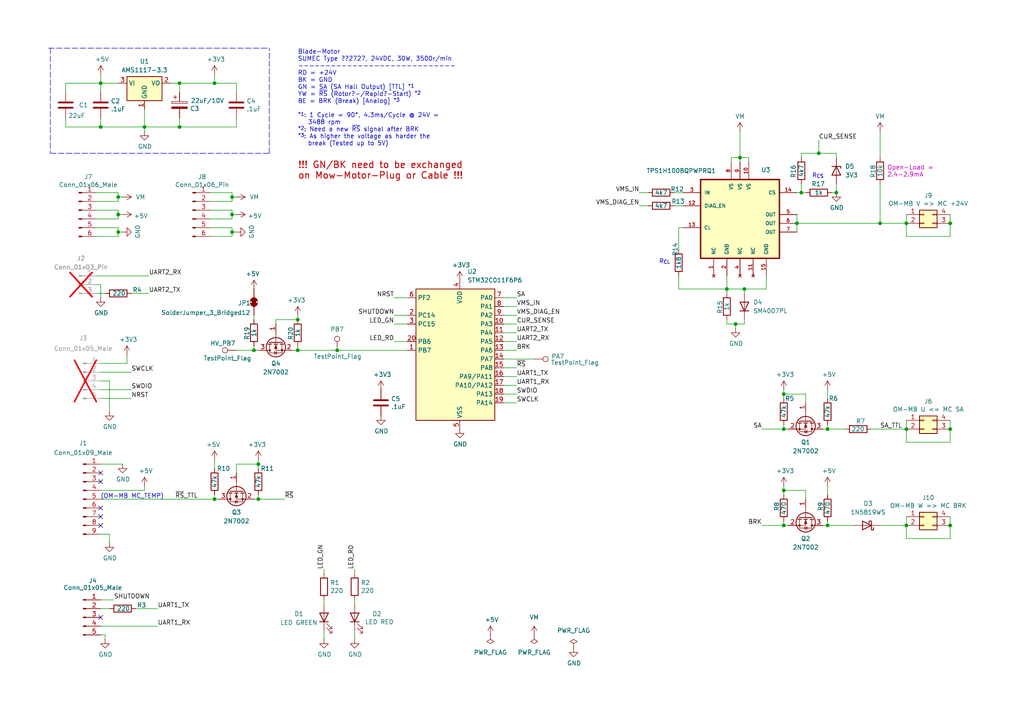
<source format=kicad_sch>
(kicad_sch (version 20231120) (generator "eeschema") (generator_version "8.0")
  (paper "A4")
  (title_block (title "xESC YardForce Rev.4 Adapter") (date "2024-12-18") (rev "2.0") (company "Clemens Elflein, openmower.de") (comment 1 "Creative Commons Attribution-NonCommercial-ShareAlike 4.0 International License.") (comment 2 "Licensed under "))
  (junction (at 227.33 124.46))
  (junction (at 97.79 101.6))
  (junction (at 74.93 144.78))
  (junction (at 34.29 67.31))
  (junction (at 67.31 62.23))
  (junction (at 227.33 114.3))
  (junction (at 237.49 44.45))
  (junction (at 227.33 152.4))
  (junction (at 242.57 55.88))
  (junction (at 67.31 57.15))
  (junction (at 262.89 64.77))
  (junction (at 275.59 64.77))
  (junction (at 275.59 152.4))
  (junction (at 29.21 36.83))
  (junction (at 34.29 62.23))
  (junction (at 240.03 124.46))
  (junction (at 231.14 64.77))
  (junction (at 52.07 36.83))
  (junction (at 34.29 57.15))
  (junction (at 86.36 92.71))
  (junction (at 227.33 142.24))
  (junction (at 262.89 152.4))
  (junction (at 67.31 67.31))
  (junction (at 62.23 24.13))
  (junction (at 232.41 55.88))
  (junction (at 240.03 152.4))
  (junction (at 74.93 134.62))
  (junction (at 52.07 24.13))
  (junction (at 210.82 83.82))
  (junction (at 73.66 101.6))
  (junction (at 262.89 124.46))
  (junction (at 213.36 93.98))
  (junction (at 255.27 64.77))
  (junction (at 62.23 144.78))
  (junction (at 29.21 24.13))
  (junction (at 86.36 101.6))
  (junction (at 275.59 124.46))
  (junction (at 41.91 36.83))
  (junction (at 215.9 83.82))
  (junction (at 214.63 45.72))
  (no_connect (at 29.21 147.32))
  (no_connect (at 29.21 149.86))
  (no_connect (at 29.21 139.7))
  (no_connect (at 29.21 137.16))
  (no_connect (at 29.21 179.07))
  (no_connect (at 29.21 152.4))
  (wire (pts (xy 35.56 134.62) (xy 29.21 134.62)))
  (wire (pts (xy 36.83 105.41) (xy 36.83 102.87)))
  (wire (pts (xy 60.96 68.58) (xy 67.31 68.58)))
  (wire (pts (xy 215.9 83.82) (xy 215.9 85.09)))
  (wire (pts (xy 29.21 34.29) (xy 29.21 36.83)))
  (wire (pts (xy 29.21 24.13) (xy 34.29 24.13)))
  (wire (pts (xy 52.07 36.83) (xy 68.58 36.83)))
  (wire (pts (xy 74.93 143.51) (xy 74.93 144.78)))
  (wire (pts (xy 67.31 63.5) (xy 60.96 63.5)))
  (wire (pts (xy 195.58 59.69) (xy 198.12 59.69)))
  (wire (pts (xy 220.98 124.46) (xy 227.33 124.46)))
  (wire (pts (xy 227.33 140.97) (xy 227.33 142.24)))
  (wire (pts (xy 217.17 45.72) (xy 217.17 46.99)))
  (wire (pts (xy 233.68 144.78) (xy 233.68 142.24)))
  (wire (pts (xy 31.75 176.53) (xy 29.21 176.53)))
  (wire (pts (xy 29.21 24.13) (xy 29.21 26.67)))
  (wire (pts (xy 215.9 83.82) (xy 222.25 83.82)))
  (wire (pts (xy 29.21 107.95) (xy 38.1 107.95)))
  (wire (pts (xy 67.31 60.96) (xy 67.31 62.23)))
  (wire (pts (xy 60.96 60.96) (xy 67.31 60.96)))
  (wire (pts (xy 67.31 57.15) (xy 67.31 55.88)))
  (wire (pts (xy 74.93 144.78) (xy 73.66 144.78)))
  (wire (pts (xy 242.57 53.34) (xy 242.57 55.88)))
  (wire (pts (xy 80.01 92.71) (xy 86.36 92.71)))
  (wire (pts (xy 262.89 124.46) (xy 262.89 128.27)))
  (wire (pts (xy 86.36 101.6) (xy 97.79 101.6)))
  (wire (pts (xy 275.59 64.77) (xy 275.59 68.58)))
  (wire (pts (xy 29.21 86.36) (xy 29.21 82.55)))
  (wire (pts (xy 34.29 62.23) (xy 35.56 62.23)))
  (wire (pts (xy 60.96 58.42) (xy 67.31 58.42)))
  (wire (pts (xy 149.86 88.9) (xy 146.05 88.9)))
  (wire (pts (xy 114.3 93.98) (xy 118.11 93.98)))
  (wire (pts (xy 67.31 68.58) (xy 67.31 67.31)))
  (wire (pts (xy 114.3 86.36) (xy 118.11 86.36)))
  (wire (pts (xy 255.27 152.4) (xy 262.89 152.4)))
  (wire (pts (xy 240.03 113.03) (xy 240.03 115.57)))
  (wire (pts (xy 149.86 111.76) (xy 146.05 111.76)))
  (wire (pts (xy 34.29 60.96) (xy 34.29 62.23)))
  (wire (pts (xy 67.31 62.23) (xy 68.58 62.23)))
  (wire (pts (xy 220.98 152.4) (xy 227.33 152.4)))
  (wire (pts (xy 214.63 45.72) (xy 217.17 45.72)))
  (wire (pts (xy 27.94 58.42) (xy 34.29 58.42)))
  (wire (pts (xy 93.98 175.26) (xy 93.98 173.99)))
  (wire (pts (xy 86.36 91.44) (xy 86.36 92.71)))
  (wire (pts (xy 214.63 38.1) (xy 214.63 45.72)))
  (wire (pts (xy 41.91 36.83) (xy 41.91 38.1)))
  (wire (pts (xy 212.09 46.99) (xy 212.09 45.72)))
  (wire (pts (xy 31.75 154.94) (xy 31.75 157.48)))
  (wire (pts (xy 275.59 149.86) (xy 275.59 152.4)))
  (wire (pts (xy 241.3 55.88) (xy 242.57 55.88)))
  (wire (pts (xy 74.93 134.62) (xy 74.93 135.89)))
  (wire (pts (xy 67.31 67.31) (xy 67.31 66.04)))
  (wire (pts (xy 93.98 166.37) (xy 93.98 165.1)))
  (wire (pts (xy 27.94 68.58) (xy 34.29 68.58)))
  (wire (pts (xy 34.29 55.88) (xy 27.94 55.88)))
  (wire (pts (xy 149.86 91.44) (xy 146.05 91.44)))
  (wire (pts (xy 29.21 21.59) (xy 29.21 24.13)))
  (wire (pts (xy 34.29 57.15) (xy 35.56 57.15)))
  (wire (pts (xy 34.29 67.31) (xy 34.29 66.04)))
  (wire (pts (xy 49.53 24.13) (xy 52.07 24.13)))
  (wire (pts (xy 68.58 34.29) (xy 68.58 36.83)))
  (wire (pts (xy 146.05 101.6) (xy 149.86 101.6)))
  (wire (pts (xy 213.36 93.98) (xy 213.36 95.25)))
  (wire (pts (xy 210.82 83.82) (xy 210.82 85.09)))
  (wire (pts (xy 29.21 82.55) (xy 27.94 82.55)))
  (wire (pts (xy 114.3 99.06) (xy 118.11 99.06)))
  (wire (pts (xy 215.9 93.98) (xy 215.9 92.71)))
  (wire (pts (xy 29.21 113.03) (xy 38.1 113.03)))
  (wire (pts (xy 19.05 36.83) (xy 29.21 36.83)))
  (wire (pts (xy 43.18 80.01) (xy 27.94 80.01)))
  (wire (pts (xy 52.07 36.83) (xy 52.07 34.29)))
  (wire (pts (xy 213.36 93.98) (xy 215.9 93.98)))
  (polyline (pts (xy 14.605 13.97) (xy 14.605 44.45)) (stroke (width 0) (type dash)))
  (wire (pts (xy 232.41 44.45) (xy 237.49 44.45)))
  (wire (pts (xy 73.66 101.6) (xy 74.93 101.6)))
  (wire (pts (xy 210.82 92.71) (xy 210.82 93.98)))
  (wire (pts (xy 68.58 24.13) (xy 62.23 24.13)))
  (wire (pts (xy 240.03 140.97) (xy 240.03 143.51)))
  (wire (pts (xy 275.59 62.23) (xy 275.59 64.77)))
  (wire (pts (xy 29.21 154.94) (xy 31.75 154.94)))
  (wire (pts (xy 237.49 44.45) (xy 242.57 44.45)))
  (wire (pts (xy 233.68 55.88) (xy 232.41 55.88)))
  (wire (pts (xy 232.41 53.34) (xy 232.41 55.88)))
  (wire (pts (xy 262.89 68.58) (xy 275.59 68.58)))
  (wire (pts (xy 29.21 36.83) (xy 41.91 36.83)))
  (wire (pts (xy 67.31 67.31) (xy 68.58 67.31)))
  (wire (pts (xy 240.03 151.13) (xy 240.03 152.4)))
  (wire (pts (xy 275.59 121.92) (xy 275.59 124.46)))
  (wire (pts (xy 231.14 62.23) (xy 231.14 64.77)))
  (wire (pts (xy 262.89 128.27) (xy 275.59 128.27)))
  (polyline (pts (xy 14.605 44.45) (xy 78.105 44.45)) (stroke (width 0) (type dash)))
  (wire (pts (xy 262.89 62.23) (xy 262.89 64.77)))
  (wire (pts (xy 102.87 166.37) (xy 102.87 165.1)))
  (wire (pts (xy 29.21 181.61) (xy 45.72 181.61)))
  (wire (pts (xy 67.31 55.88) (xy 60.96 55.88)))
  (wire (pts (xy 63.5 144.78) (xy 62.23 144.78)))
  (wire (pts (xy 31.75 110.49) (xy 31.75 119.38)))
  (wire (pts (xy 67.31 62.23) (xy 67.31 63.5)))
  (wire (pts (xy 232.41 44.45) (xy 232.41 45.72)))
  (wire (pts (xy 232.41 55.88) (xy 231.14 55.88)))
  (wire (pts (xy 73.66 100.33) (xy 73.66 101.6)))
  (wire (pts (xy 114.3 91.44) (xy 118.11 91.44)))
  (wire (pts (xy 34.29 67.31) (xy 35.56 67.31)))
  (polyline (pts (xy 77.47 13.97) (xy 13.97 13.97)) (stroke (width 0) (type dash)))
  (wire (pts (xy 275.59 152.4) (xy 275.59 156.21)))
  (wire (pts (xy 242.57 44.45) (xy 242.57 45.72)))
  (wire (pts (xy 262.89 68.58) (xy 262.89 64.77)))
  (wire (pts (xy 93.98 182.88) (xy 93.98 185.42)))
  (wire (pts (xy 255.27 53.34) (xy 255.27 64.77)))
  (wire (pts (xy 240.03 152.4) (xy 247.65 152.4)))
  (wire (pts (xy 233.68 142.24) (xy 227.33 142.24)))
  (wire (pts (xy 29.21 142.24) (xy 41.91 142.24)))
  (wire (pts (xy 149.86 109.22) (xy 146.05 109.22)))
  (wire (pts (xy 34.29 58.42) (xy 34.29 57.15)))
  (wire (pts (xy 38.1 85.09) (xy 43.18 85.09)))
  (wire (pts (xy 41.91 31.75) (xy 41.91 36.83)))
  (wire (pts (xy 41.91 36.83) (xy 52.07 36.83)))
  (wire (pts (xy 196.85 66.04) (xy 198.12 66.04)))
  (wire (pts (xy 210.82 80.01) (xy 210.82 83.82)))
  (wire (pts (xy 149.86 114.3) (xy 146.05 114.3)))
  (wire (pts (xy 86.36 100.33) (xy 86.36 101.6)))
  (wire (pts (xy 262.89 149.86) (xy 262.89 152.4)))
  (wire (pts (xy 62.23 21.59) (xy 62.23 24.13)))
  (wire (pts (xy 196.85 72.39) (xy 196.85 66.04)))
  (wire (pts (xy 240.03 123.19) (xy 240.03 124.46)))
  (wire (pts (xy 210.82 93.98) (xy 213.36 93.98)))
  (polyline (pts (xy 78.105 44.45) (xy 78.105 13.97)) (stroke (width 0) (type dash)))
  (wire (pts (xy 67.31 57.15) (xy 68.58 57.15)))
  (wire (pts (xy 27.94 60.96) (xy 34.29 60.96)))
  (wire (pts (xy 255.27 38.1) (xy 255.27 45.72)))
  (wire (pts (xy 146.05 104.14) (xy 154.94 104.14)))
  (wire (pts (xy 262.89 156.21) (xy 262.89 152.4)))
  (wire (pts (xy 227.33 113.03) (xy 227.33 114.3)))
  (wire (pts (xy 97.79 101.6) (xy 118.11 101.6)))
  (wire (pts (xy 29.21 144.78) (xy 62.23 144.78)))
  (wire (pts (xy 196.85 80.01) (xy 196.85 83.82)))
  (wire (pts (xy 30.48 184.15) (xy 30.48 185.42)))
  (wire (pts (xy 214.63 45.72) (xy 214.63 46.99)))
  (wire (pts (xy 29.21 115.57) (xy 38.1 115.57)))
  (wire (pts (xy 252.73 124.46) (xy 262.89 124.46)))
  (wire (pts (xy 212.09 45.72) (xy 214.63 45.72)))
  (wire (pts (xy 33.02 173.99) (xy 29.21 173.99)))
  (wire (pts (xy 149.86 99.06) (xy 146.05 99.06)))
  (wire (pts (xy 195.58 55.88) (xy 198.12 55.88)))
  (wire (pts (xy 102.87 182.88) (xy 102.87 185.42)))
  (wire (pts (xy 149.86 116.84) (xy 146.05 116.84)))
  (wire (pts (xy 67.31 66.04) (xy 60.96 66.04)))
  (wire (pts (xy 45.72 176.53) (xy 39.37 176.53)))
  (wire (pts (xy 68.58 137.16) (xy 68.58 134.62)))
  (wire (pts (xy 227.33 114.3) (xy 227.33 115.57)))
  (wire (pts (xy 19.05 24.13) (xy 19.05 26.67)))
  (wire (pts (xy 238.76 124.46) (xy 240.03 124.46)))
  (wire (pts (xy 52.07 24.13) (xy 62.23 24.13)))
  (wire (pts (xy 29.21 110.49) (xy 31.75 110.49)))
  (wire (pts (xy 227.33 151.13) (xy 227.33 152.4)))
  (wire (pts (xy 85.09 101.6) (xy 86.36 101.6)))
  (wire (pts (xy 34.29 62.23) (xy 34.29 63.5)))
  (wire (pts (xy 149.86 86.36) (xy 146.05 86.36)))
  (wire (pts (xy 255.27 64.77) (xy 231.14 64.77)))
  (wire (pts (xy 227.33 124.46) (xy 228.6 124.46)))
  (wire (pts (xy 34.29 68.58) (xy 34.29 67.31)))
  (wire (pts (xy 62.23 143.51) (xy 62.23 144.78)))
  (wire (pts (xy 19.05 36.83) (xy 19.05 34.29)))
  (wire (pts (xy 240.03 124.46) (xy 245.11 124.46)))
  (wire (pts (xy 68.58 24.13) (xy 68.58 26.67)))
  (wire (pts (xy 149.86 93.98) (xy 146.05 93.98)))
  (wire (pts (xy 275.59 124.46) (xy 275.59 128.27)))
  (wire (pts (xy 30.48 85.09) (xy 27.94 85.09)))
  (wire (pts (xy 80.01 93.98) (xy 80.01 92.71)))
  (wire (pts (xy 185.42 55.88) (xy 187.96 55.88)))
  (wire (pts (xy 227.33 142.24) (xy 227.33 143.51)))
  (wire (pts (xy 196.85 83.82) (xy 210.82 83.82)))
  (wire (pts (xy 233.68 114.3) (xy 227.33 114.3)))
  (wire (pts (xy 262.89 121.92) (xy 262.89 124.46)))
  (wire (pts (xy 102.87 175.26) (xy 102.87 173.99)))
  (wire (pts (xy 29.21 105.41) (xy 36.83 105.41)))
  (wire (pts (xy 237.49 40.64) (xy 237.49 44.45)))
  (wire (pts (xy 222.25 80.01) (xy 222.25 83.82)))
  (wire (pts (xy 34.29 57.15) (xy 34.29 55.88)))
  (wire (pts (xy 185.42 59.69) (xy 187.96 59.69)))
  (wire (pts (xy 34.29 63.5) (xy 27.94 63.5)))
  (wire (pts (xy 275.59 156.21) (xy 262.89 156.21)))
  (wire (pts (xy 74.93 133.35) (xy 74.93 134.62)))
  (wire (pts (xy 210.82 83.82) (xy 215.9 83.82)))
  (wire (pts (xy 34.29 66.04) (xy 27.94 66.04)))
  (wire (pts (xy 227.33 123.19) (xy 227.33 124.46)))
  (wire (pts (xy 52.07 26.67) (xy 52.07 24.13)))
  (wire (pts (xy 82.55 144.78) (xy 74.93 144.78)))
  (wire (pts (xy 233.68 116.84) (xy 233.68 114.3)))
  (wire (pts (xy 149.86 106.68) (xy 146.05 106.68)))
  (wire (pts (xy 29.21 184.15) (xy 30.48 184.15)))
  (wire (pts (xy 19.05 24.13) (xy 29.21 24.13)))
  (wire (pts (xy 231.14 64.77) (xy 231.14 67.31)))
  (wire (pts (xy 149.86 96.52) (xy 146.05 96.52)))
  (wire (pts (xy 41.91 140.97) (xy 41.91 142.24)))
  (wire (pts (xy 227.33 152.4) (xy 228.6 152.4)))
  (wire (pts (xy 255.27 64.77) (xy 262.89 64.77)))
  (wire (pts (xy 68.58 101.6) (xy 73.66 101.6)))
  (wire (pts (xy 73.66 91.44) (xy 73.66 92.71)))
  (wire (pts (xy 238.76 152.4) (xy 240.03 152.4)))
  (wire (pts (xy 62.23 133.35) (xy 62.23 135.89)))
  (wire (pts (xy 68.58 134.62) (xy 74.93 134.62)))
  (wire (pts (xy 67.31 58.42) (xy 67.31 57.15)))
  (text "(OM-MB MC_TEMP)" (at 38.354 144.018 0) (effects (font (size 1.27 1.27))))
  (text "Current-Sense and Current-Limit Calculations\n----------------------\nRev4 Motor specs:\nI_{nom} = 30W/24V = 1.25A\nI_{typ_load} = 180mA (free running) to 800mA (heavy load)\nI_{max} = 1.5A\nI_{idle} = 12mA\n\nCurrent-Sense calc:\nK = 500\nR_{CS} = (V_{CS} * K) / I_{OUT} = (3V * 500) / 1.5A = 1000 Ohm\n\nI_{OUT} = 1.5A => V_{CS} = 3V\nV_{cs,H} >= 3.13V (usable ADC range = 0-3.1V)\n\nCurrent-Limit calc:\nV_{cl,th} = 1.233\nK_{CL} = 2000\nR_{CL} = (V_{cl,th} * K_{CL}) / I_{OUT} = (1.233 * 2000) / 1.5A = 1644 Ohm\nMore common R_{CL} = 1.8k Ohm\nI_{OUT-limit} = (V_{cl,th} * K_{CL}) / R_{CL} = (1.233 * 2000) / 1800 = 1.37A\n" (at 297.434 85.344 0) (effects (font (size 1.27 1.27)) (justify left)))
  (text "TODO:\n-----\n" (at 153.67 -8.382 0) (effects (font (size 1.524 1.524) (thickness 0.254) (bold yes)) (justify left)))
  (text "!!! GN/BK need to be exchanged \non Mow-Motor-Plug or Cable !!!\n\nDetectable via current correlation:\nWith a wrong plug (GN/BK not exchanged),\npulling SA output to 0 decrease current\nfrom 19mA to 12mA, which might be detectable.\nWhereas a correct plug (GN/BK got exchanged),\npulling SA output to 0 increase current\nonly from 11.3mA to 11.6mA.\n\nBUT NOT USABLE, BECAUSE ONCE GN (SA) GET\nCONNECTED WRONGLY TO GND (BECAUSE WIRE NOT CHANGED)\nSA- OUTPUT DRIVER WILL BECOME HIGH-Z!!" (at 297.18 37.084 0) (effects (font (size 1.905 1.905) (thickness 0.254) (bold yes)) (justify left)))
  (text "Open-Load =\n2.4-2.9mA" (at 257.302 49.784 0) (effects (font (size 1.27 1.27)) (justify left)))
  (text "Blade-Motor\nSUMEC Type ??2727, 24VDC, 30W, 3500r/min\n-----------------------------\nRD = +24V\nBK = GND\nGN = SA (SA Hall Output) [TTL] ^{*1}\nYW = ~{RS} (Rotor?-/Rapid?-Start) ^{*2}\nBE = BRK (Break) [Analog] ^{*3}\n\n^{*1}: 1 Cycle = 90°, 4.3ms/Cycle @ 24V =\n   3488 rpm\n^{*2}: Need a new ~{RS} signal after BRK\n^{*3}: As higher the voltage as harder the\n   break (Tested up to 5V)" (at 86.36 28.448 0) (effects (font (size 1.27 1.27)) (justify left)))
  (text "!!! GN/BK need to be exchanged \non Mow-Motor-Plug or Cable !!!" (at 86.36 49.53 0) (effects (font (size 1.905 1.905) (thickness 0.254) (bold yes)) (justify left)))
  (text "R_{CL}" (at 192.786 75.946 0) (effects (font (size 1.27 1.27))))
  (text "R_{CS}" (at 237.236 51.054 0) (effects (font (size 1.27 1.27))))
  (label "CUR_SENSE" (at 237.49 40.64 0))
  (label "LED_GN" (at 114.3 93.98 180))
  (label "LED_RD" (at 102.87 165.1 90))
  (label "SA_TTL" (at 255.27 124.46 0))
  (label "UART2_TX" (at 43.18 85.09 0))
  (label "BRK" (at 220.98 152.4 180))
  (label "LED_GN" (at 93.98 165.1 90))
  (label "SWDIO" (at 149.86 114.3 0))
  (label "SWCLK" (at 149.86 116.84 0))
  (label "UART2_RX" (at 43.18 80.01 0))
  (label "UART2_TX" (at 149.86 96.52 0))
  (label "VMS_DIAG_EN" (at 185.42 59.69 180))
  (label "LED_RD" (at 114.3 99.06 180))
  (label "UART1_TX" (at 149.86 109.22 0))
  (label "SWDIO" (at 38.1 113.03 0))
  (label "UART1_RX" (at 45.72 181.61 0))
  (label "NRST" (at 114.3 86.36 180))
  (label "SA" (at 149.86 86.36 0))
  (label "UART1_RX" (at 149.86 111.76 0))
  (label "VMS_IN" (at 149.86 88.9 0))
  (label "SHUTDOWN" (at 114.3 91.44 180))
  (label "UART1_TX" (at 45.72 176.53 0))
  (label "UART2_RX" (at 149.86 99.06 0))
  (label "~{RS}_TTL" (at 50.8 144.78 0))
  (label "VMS_IN" (at 185.42 55.88 180))
  (label "SWCLK" (at 38.1 107.95 0))
  (label "~{RS}" (at 149.86 106.68 0))
  (label "BRK" (at 149.86 101.6 0))
  (label "SA" (at 220.98 124.46 180))
  (label "~{RS}" (at 82.55 144.78 0))
  (label "VMS_DIAG_EN" (at 149.86 91.44 0))
  (label "CUR_SENSE" (at 149.86 93.98 0))
  (label "SHUTDOWN" (at 33.02 173.99 0))
  (label "NRST" (at 38.1 115.57 0))
  (symbol (lib_id "power:+5V") (at 41.91 140.97 0) (unit 1)
    (property "Reference" "#PWR02" (effects (hide yes)))
    (property "Value" "+5V" (at 42.291 136.5758 0))
    (property "Description" "Power symbol creates a global label with name \"+5V\"" (effects (hide yes)))
  )
  (symbol (lib_id "power:GND") (at 31.75 157.48 0) (unit 1)
    (property "Reference" "#PWR03" (effects (hide yes)))
    (property "Value" "GND" (at 31.877 161.8742 0))
    (property "Description" "Power symbol creates a global label with name \"GND\" , ground" (effects (hide yes)))
  )
  (symbol (lib_id "Connector:Conn_01x05_Pin") (at 24.13 110.49 0) (unit 1) (in_bom no) (dnp yes)
    (property "Reference" "J3" (at 24.13 98.044 0))
    (property "Value" "Conn_01x05_Male" (at 24.13 101.092 0))
    (property "Footprint" "Connector_PinHeader_2.54mm:PinHeader_1x05_P2.54mm_Vertical" (effects (hide yes)))
    (property "Description" "Generic connector, single row, 01x05, script generated" (effects (hide yes)))
    (property "LCSC" "C2935911" (effects (hide yes)))
    (property "Part Number" "DZ254R-11-05-63" (effects (hide yes)))
    (property "Stock_PN" "J-TH-1x5-.1" (effects (hide yes)))
  )
  (symbol (lib_id "power:+3.3V") (at 36.83 102.87 0) (unit 1)
    (property "Reference" "#PWR07" (effects (hide yes)))
    (property "Value" "+3V3" (at 37.211 98.4758 0))
    (property "Description" "Power symbol creates a global label with name \"+3.3V\"" (effects (hide yes)))
  )
  (symbol (lib_id "power:GND") (at 31.75 119.38 0) (unit 1)
    (property "Reference" "#PWR08" (effects (hide yes)))
    (property "Value" "GND" (at 31.877 123.7742 0))
    (property "Description" "Power symbol creates a global label with name \"GND\" , ground" (effects (hide yes)))
  )
  (symbol (lib_id "Connector:Conn_01x05_Pin") (at 24.13 179.07 0) (unit 1)
    (property "Reference" "J4" (at 26.924 168.402 0))
    (property "Value" "Conn_01x05_Male" (at 26.924 170.434 0))
    (property "Footprint" "Connector_PinHeader_2.54mm:PinHeader_1x05_P2.54mm_Vertical" (effects (hide yes)))
    (property "Description" "Generic connector, single row, 01x05, script generated" (effects (hide yes)))
    (property "LCSC" "C2935911" (effects (hide yes)))
    (property "Part Number" "DZ254R-11-05-63" (effects (hide yes)))
    (property "Stock_PN" "J-TH-1x5-.1" (effects (hide yes)))
  )
  (symbol (lib_id "power:GND") (at 30.48 185.42 0) (unit 1)
    (property "Reference" "#PWR09" (effects (hide yes)))
    (property "Value" "GND" (at 30.607 189.8142 0))
    (property "Description" "Power symbol creates a global label with name \"GND\" , ground" (effects (hide yes)))
  )
  (symbol (lib_id "Device:LED") (at 93.98 179.07 90) (unit 1)
    (property "Reference" "D1" (at 85.344 178.054 90) (effects (justify right)))
    (property "Value" "LED GREEN" (at 81.28 180.594 90) (effects (justify right)))
    (property "Footprint" "LED_SMD:LED_0603_1608Metric" (effects (hide yes)))
    (property "Description" "Light emitting diode" (effects (hide yes)))
    (property "Stock_PN" "LED-603-GREEN" (effects (hide yes)))
    (property "Digikey" "160-1446-1-ND" (effects (hide yes)))
    (property "Part Number" "LTST-C191KGKT" (effects (hide yes)))
    (property "JLCPCB" "KT-0603G" (effects (hide yes)))
  )
  (symbol (lib_id "Device:LED") (at 102.87 179.07 90) (unit 1)
    (property "Reference" "D2" (at 107.95 178.054 90) (effects (justify right)))
    (property "Value" "LED RED" (at 105.8672 180.3908 90) (effects (justify right)))
    (property "Footprint" "LED_SMD:LED_0603_1608Metric" (effects (hide yes)))
    (property "Description" "Light emitting diode" (effects (hide yes)))
    (property "Stock_PN" "LED-603-RED" (effects (hide yes)))
    (property "Digikey" "160-1447-1-ND" (effects (hide yes)))
    (property "Part Number" "LTST-C191KRKT" (effects (hide yes)))
    (property "JLCPCB" "KT-0603R" (effects (hide yes)))
  )
  (symbol (lib_id "power:GND") (at 93.98 185.42 0) (unit 1)
    (property "Reference" "#PWR013" (effects (hide yes)))
    (property "Value" "GND" (at 94.107 189.8142 0))
    (property "Description" "Power symbol creates a global label with name \"GND\" , ground" (effects (hide yes)))
  )
  (symbol (lib_id "Device:R") (at 86.36 96.52 180) (unit 1)
    (property "Reference" "R20" (at 84.328 94.742 90) (effects (justify left)))
    (property "Value" "1k" (at 86.36 96.52 90))
    (property "Footprint" "Resistor_SMD:R_0603_1608Metric" (effects (hide yes)))
    (property "Description" "100mW Thick Film Resistors 75V ±100ppm/℃ ±1% 1kΩ 0603 Chip Resistor" (effects (hide yes)))
    (property "Part Number" "0603WAF1001T5E" (effects (hide yes)))
    (property "Stock_PN" "R-603-1000-.1W-1%" (effects (hide yes)))
    (property "LCSC" "C21190" (effects (hide yes)))
  )
  (symbol (lib_id "power:GND") (at 166.37 187.96 0) (unit 1)
    (property "Reference" "#PWR031" (effects (hide yes)))
    (property "Value" "GND" (at 166.497 192.3542 0))
    (property "Description" "Power symbol creates a global label with name \"GND\" , ground" (effects (hide yes)))
  )
  (symbol (lib_id "Jumper:SolderJumper_2_Bridged") (at 73.66 87.63 90) (unit 1) (exclude_from_sim yes) (in_bom no)
    (property "Reference" "JP1" (at 70.866 87.884 90))
    (property "Value" "SolderJumper_3_Bridged12" (at 59.69 90.678 90))
    (property "Footprint" "Jumper:SolderJumper-2_P1.3mm_Bridged_RoundedPad1.0x1.5mm" (effects (hide yes)))
    (property "Description" "Solder Jumper, 2-pole, closed/bridged" (effects (hide yes)))
  )
  (symbol (lib_id "Connector:TestPoint") (at 68.58 101.6 90) (unit 1)
    (property "Reference" "HV_PB7" (at 68.326 99.568 90) (effects (justify left)))
    (property "Value" "TestPoint_Flag" (at 72.898 103.886 90) (effects (justify left)))
    (property "Footprint" "TestPoint:TestPoint_Pad_1.0x1.0mm" (effects (hide yes)))
    (property "Description" "test point" (effects (hide yes)))
  )
  (symbol (lib_id "Device:C") (at 110.49 116.84 0) (unit 1)
    (property "Reference" "C5" (at 113.411 115.6716 0) (effects (justify left)))
    (property "Value" ".1uF" (at 113.411 117.983 0) (effects (justify left)))
    (property "Footprint" "Capacitor_SMD:C_0402_1005Metric" (effects (hide yes)))
    (property "Description" "16V 100nF X7R ±10% 0402 Multilayer Ceramic Capacitors MLCC" (effects (hide yes)))
    (property "Stock_PN" "C-402-.1uF-16V-X7R" (effects (hide yes)))
    (property "LCSC" "C1525" (effects (hide yes)))
  )
  (symbol (lib_id "Connector:Conn_01x06_Pin") (at 55.88 60.96 0) (unit 1)
    (property "Reference" "J8" (at 58.6232 51.2826 0))
    (property "Value" "Conn_01x06_Pin" (at 58.6232 53.594 0))
    (property "Footprint" "Connector_PinHeader_2.54mm:PinHeader_1x06_P2.54mm_Vertical" (effects (hide yes)))
    (property "Description" "Generic connector, single row, 01x06, script generated" (effects (hide yes)))
    (property "LCSC" "C2935912" (effects (hide yes)))
    (property "Part Number" "DZ254R-11-06-63" (effects (hide yes)))
    (property "Stock_PN" "J-TH-1x6-.1" (effects (hide yes)))
  )
  (symbol (lib_id "power:+BATT") (at 214.63 38.1 0) (unit 1)
    (property "Reference" "#PWR044" (effects (hide yes)))
    (property "Value" "VM" (at 214.63 33.782 0))
    (property "Description" "Power symbol creates a global label with name \"+BATT\"" (effects (hide yes)))
  )
  (symbol (lib_id "Device:C") (at 68.58 30.48 0) (unit 1)
    (property "Reference" "C4" (at 71.501 29.3116 0) (effects (justify left)))
    (property "Value" ".1uF" (at 71.501 31.623 0) (effects (justify left)))
    (property "Footprint" "Capacitor_SMD:C_0402_1005Metric" (effects (hide yes)))
    (property "Description" "16V 100nF X7R ±10% 0402 Multilayer Ceramic Capacitors MLCC" (effects (hide yes)))
    (property "Stock_PN" "C-402-.1uF-16V-X7R" (effects (hide yes)))
    (property "LCSC" "C1525" (effects (hide yes)))
  )
  (symbol (lib_id "power:GND") (at 29.21 86.36 0) (unit 1)
    (property "Reference" "#PWR014" (effects (hide yes)))
    (property "Value" "GND" (at 29.337 90.7542 0))
    (property "Description" "Power symbol creates a global label with name \"GND\" , ground" (effects (hide yes)))
  )
  (symbol (lib_id "power:+3.3V") (at 110.49 113.03 0) (unit 1)
    (property "Reference" "#PWR05" (effects (hide yes)))
    (property "Value" "+3V3" (at 110.871 108.6358 0))
    (property "Description" "Power symbol creates a global label with name \"+3.3V\"" (effects (hide yes)))
  )
  (symbol (lib_id "Connector:Conn_01x09_Pin") (at 24.13 144.78 0) (unit 1)
    (property "Reference" "J1" (at 24.13 128.524 0))
    (property "Value" "Conn_01x09_Male" (at 24.13 131.318 0))
    (property "Footprint" "Connector_PinHeader_2.54mm:PinHeader_1x09_P2.54mm_Vertical" (effects (hide yes)))
    (property "Description" "Generic connector, single row, 01x09, script generated" (effects (hide yes)))
    (property "LCSC" "C2935915" (effects (hide yes)))
    (property "Part Number" "DZ254R-11-09-63" (effects (hide yes)))
    (property "Stock_PN" "J-TH-1x9-.1" (effects (hide yes)))
  )
  (symbol (lib_id "Connector_Generic:Conn_02x02_Counter_Clockwise") (at 267.97 149.86 0) (unit 1)
    (property "Reference" "J10" (at 269.24 144.3482 0))
    (property "Value" "OM-MB W => MC BRK" (at 269.24 146.6596 0))
    (property "Footprint" "Connector_PinHeader_2.54mm:PinHeader_2x02_P2.54mm_Vertical" (effects (hide yes)))
    (property "Description" "Generic connector, double row, 02x02, counter clockwise pin numbering scheme (similar to DIP package numbering), script generated (kicad-library-utils/schlib/autogen/connector/)" (effects (hide yes)))
    (property "LCSC" "C124362" (effects (hide yes)))
    (property "Part Number" "B-2100S04P-B110" (effects (hide yes)))
    (property "Stock_PN" "J-TH-2x2-.1" (effects (hide yes)))
  )
  (symbol (lib_id "Device:R") (at 232.41 49.53 180) (unit 1)
    (property "Reference" "R16" (at 230.124 47.752 90) (effects (justify left)))
    (property "Value" "4k7" (at 232.41 49.53 90))
    (property "Footprint" "Resistor_SMD:R_0603_1608Metric" (effects (hide yes)))
    (property "Description" "100mW Thick Film Resistors 75V ±100ppm/℃ ±1% 4.7kΩ 0603 Chip Resistor" (effects (hide yes)))
    (property "Part Number" "0603WAF4701T5E" (effects (hide yes)))
    (property "Stock_PN" "R-603-4700-.1W-1%" (effects (hide yes)))
    (property "LCSC" "C23162" (effects (hide yes)))
  )
  (symbol (lib_id "power:+BATT") (at 68.58 57.15 270) (unit 1)
    (property "Reference" "#PWR023" (effects (hide yes)))
    (property "Value" "VM" (at 72.39 57.1499 90) (effects (justify left)))
    (property "Description" "Power symbol creates a global label with name \"+BATT\"" (effects (hide yes)))
  )
  (symbol (lib_name "GND_7") (lib_id "power:GND") (at 41.91 38.1 0) (unit 1)
    (property "Reference" "#PWR019" (effects (hide yes)))
    (property "Value" "GND" (at 42.037 42.4942 0))
    (property "Description" "Power symbol creates a global label with name \"GND\" , ground" (effects (hide yes)))
  )
  (symbol (lib_id "Device:D_Schottky") (at 251.46 152.4 180) (unit 1)
    (property "Reference" "D3" (at 251.7775 146.05 0))
    (property "Value" "1N5819WS" (at 251.7775 148.59 0))
    (property "Footprint" "Diode_SMD:D_SOD-323" (effects (hide yes)))
    (property "Description" "40V 600mV@1A 1A SOD-323 Schottky Diode" (effects (hide yes)))
    (property "LCSC" "C191023" (effects (hide yes)))
  )
  (symbol (lib_id "power:+3.3V") (at 133.35 81.28 0) (unit 1)
    (property "Reference" "#PWR021" (effects (hide yes)))
    (property "Value" "+3V3" (at 133.731 76.8858 0))
    (property "Description" "Power symbol creates a global label with name \"+3.3V\"" (effects (hide yes)))
  )
  (symbol (lib_id "xESC_YF_r4:TPS1H100B") (at 213.36 69.85 0) (unit 1)
    (property "Reference" "U3" (at 220.726 49.276 0) (effects (justify left)))
    (property "Value" "TPS1H100BQPWPRQ1" (at 187.452 49.53 0) (effects (justify left)))
    (property "Footprint" "Library:TPS1H100-Q1_ThermalVias" (effects (hide yes)))
    (property "Description" "40-V, 100-mΩ Single-Channel Smart High-Side Power Switch" (effects (hide yes)))
    (property "MF" "Texas Instruments" (effects (hide yes)))
    (property "LCSC" "C475505" (effects (hide yes)))
  )
  (symbol (lib_id "Device:R") (at 34.29 85.09 90) (unit 1)
    (property "Reference" "R4" (at 41.148 84.074 90) (effects (justify left)))
    (property "Value" "220	" (at 37.592 85.09 90) (effects (justify left)))
    (property "Footprint" "Resistor_SMD:R_0603_1608Metric" (effects (hide yes)))
    (property "Description" "Resistor" (effects (hide yes)))
    (property "Part Number" "0603WAF2200T5E" (effects (hide yes)))
    (property "Stock_PN" "R-603-220-.1W-1%" (effects (hide yes)))
    (property "LCSC" "C22962" (effects (hide yes)))
  )
  (symbol (lib_name "+5V_7") (lib_id "power:+5V") (at 29.21 21.59 0) (unit 1)
    (property "Reference" "#PWR015" (effects (hide yes)))
    (property "Value" "+5V" (at 29.591 17.1958 0))
    (property "Description" "Power symbol creates a global label with name \"+5V\"" (effects (hide yes)))
  )
  (symbol (lib_id "power:+BATT") (at 154.94 184.15 0) (unit 1)
    (property "Reference" "#PWR032" (effects (hide yes)))
    (property "Value" "VM" (at 154.94 179.07 0))
    (property "Description" "Power symbol creates a global label with name \"+BATT\"" (effects (hide yes)))
  )
  (symbol (lib_id "power:GND") (at 35.56 67.31 90) (unit 1)
    (property "Reference" "#PWR010" (effects (hide yes)))
    (property "Value" "GND" (at 39.9542 67.183 0))
    (property "Description" "Power symbol creates a global label with name \"GND\" , ground" (effects (hide yes)))
  )
  (symbol (lib_id "Device:D_Zener") (at 242.57 49.53 270) (unit 1)
    (property "Reference" "D5" (at 245.11 48.2599 90) (effects (justify left)))
    (property "Value" "3V3" (at 245.11 50.7999 90) (effects (justify left)))
    (property "Footprint" "Diode_SMD:D_SOD-123F" (effects (hide yes)))
    (property "Description" "Independent Type 3.13V~3.47V 500mW 3.3V SOD-123 Zener Diode" (effects (hide yes)))
    (property "MFR" "Onsemi" (effects (hide yes)))
    (property "MFR PART" "MMSZ4684T1G" (effects (hide yes)))
    (property "LCSC" "C24672" (effects (hide yes)))
  )
  (symbol (lib_id "Device:R") (at 240.03 119.38 0) (mirror y) (unit 1)
    (property "Reference" "R6" (at 243.078 115.57 0) (effects (justify left)))
    (property "Value" "47k" (at 240.03 119.38 90))
    (property "Footprint" "Resistor_SMD:R_0603_1608Metric" (effects (hide yes)))
    (property "Description" "100mW Thick Film Resistors 75V ±100ppm/℃ ±1% 47kΩ 0603 Chip Resistor" (effects (hide yes)))
    (property "Stock_PN" "R-603-47K-.100W-1%" (effects (hide yes)))
    (property "Part Number" "0603WAF4702T5E" (effects (hide yes)))
    (property "LCSC" "C25819" (effects (hide yes)))
  )
  (symbol (lib_id "Transistor_FET:2N7002") (at 80.01 99.06 90) (mirror x) (unit 1)
    (property "Reference" "Q4" (at 80.01 105.41 90))
    (property "Value" "2N7002" (at 80.01 107.95 90))
    (property "Footprint" "Package_TO_SOT_SMD:SOT-23" (effects (hide yes)))
    (property "Datasheet" "https://www.onsemi.com/pub/Collateral/NDS7002A-D.PDF" (effects (hide yes)))
    (property "Description" "0.115A Id, 60V Vds, N-Channel MOSFET, SOT-23" (effects (hide yes)))
    (property "LCSC" "C8545" (effects (hide yes)))
  )
  (symbol (lib_id "power:+5V") (at 62.23 133.35 0) (mirror y) (unit 1)
    (property "Reference" "#PWR042" (effects (hide yes)))
    (property "Value" "+5V" (at 61.849 128.9558 0))
    (property "Description" "Power symbol creates a global label with name \"+5V\"" (effects (hide yes)))
  )
  (symbol (lib_id "Device:R") (at 210.82 88.9 180) (unit 1)
    (property "Reference" "R15" (at 208.788 87.122 90) (effects (justify left)))
    (property "Value" "1k" (at 210.82 88.9 90))
    (property "Footprint" "Resistor_SMD:R_0603_1608Metric" (effects (hide yes)))
    (property "Description" "100mW Thick Film Resistors 75V ±100ppm/℃ ±1% 1kΩ 0603 Chip Resistor" (effects (hide yes)))
    (property "Part Number" "0603WAF1001T5E" (effects (hide yes)))
    (property "Stock_PN" "R-603-1000-.1W-1%" (effects (hide yes)))
    (property "LCSC" "C21190" (effects (hide yes)))
  )
  (symbol (lib_id "power:GND") (at 102.87 185.42 0) (unit 1)
    (property "Reference" "#PWR035" (effects (hide yes)))
    (property "Value" "GND" (at 102.997 189.8142 0))
    (property "Description" "Power symbol creates a global label with name \"GND\" , ground" (effects (hide yes)))
  )
  (symbol (lib_id "Device:R") (at 255.27 49.53 180) (unit 1)
    (property "Reference" "R18" (at 253.238 47.752 90) (effects (justify left)))
    (property "Value" "10k" (at 255.27 49.53 90))
    (property "Footprint" "Resistor_SMD:R_0603_1608Metric" (effects (hide yes)))
    (property "Description" "100mW Thick Film Resistors 75V ±100ppm/℃ ±1% 10kΩ 0603 Chip Resistor" (effects (hide yes)))
    (property "Part Number" "0603WAF1002T5E" (effects (hide yes)))
    (property "Stock_PN" "R-603-10000-.1W-1%" (effects (hide yes)))
    (property "LCSC" "C25804" (effects (hide yes)))
  )
  (symbol (lib_id "Connector_Generic:Conn_02x02_Counter_Clockwise") (at 267.97 62.23 0) (unit 1)
    (property "Reference" "J9" (at 269.24 56.7182 0))
    (property "Value" "OM-MB V => MC +24V" (at 269.24 59.0296 0))
    (property "Footprint" "Connector_PinHeader_2.54mm:PinHeader_2x02_P2.54mm_Vertical" (effects (hide yes)))
    (property "Description" "Generic connector, double row, 02x02, counter clockwise pin numbering scheme (similar to DIP package numbering), script generated (kicad-library-utils/schlib/autogen/connector/)" (effects (hide yes)))
    (property "LCSC" "C124362" (effects (hide yes)))
    (property "Part Number" "B-2100S04P-B110" (effects (hide yes)))
    (property "Stock_PN" "J-TH-2x2-.1" (effects (hide yes)))
  )
  (symbol (lib_id "power:GND") (at 213.36 95.25 0) (unit 1)
    (property "Reference" "#PWR026" (effects (hide yes)))
    (property "Value" "GND" (at 213.487 99.6442 0))
    (property "Description" "Power symbol creates a global label with name \"GND\" , ground" (effects (hide yes)))
  )
  (symbol (lib_id "power:+3.3V") (at 227.33 113.03 0) (unit 1)
    (property "Reference" "#PWR017" (effects (hide yes)))
    (property "Value" "+3V3" (at 227.711 108.6358 0))
    (property "Description" "Power symbol creates a global label with name \"+3.3V\"" (effects (hide yes)))
  )
  (symbol (lib_id "Device:D") (at 215.9 88.9 90) (unit 1)
    (property "Reference" "D4" (at 218.44 87.6299 90) (effects (justify right)))
    (property "Value" "SM4007PL" (at 218.44 90.1699 90) (effects (justify right)))
    (property "Footprint" "Diode_SMD:D_SOD-123F" (effects (hide yes)))
    (property "Description" "1A Independent Type 1kV 1.1V@1A SOD-123FL Diodes" (effects (hide yes)))
    (property "LCSC" "C64898" (effects (hide yes)))
  )
  (symbol (lib_id "Connector:TestPoint") (at 154.94 104.14 270) (unit 1)
    (property "Reference" "PA7" (at 161.798 103.378 90))
    (property "Value" "TestPoint_Flag" (at 159.766 105.156 90) (effects (justify left)))
    (property "Footprint" "TestPoint:TestPoint_Pad_1.0x1.0mm" (effects (hide yes)))
    (property "Description" "test point" (effects (hide yes)))
  )
  (symbol (lib_id "Device:C_Polarized") (at 52.07 30.48 0) (unit 1)
    (property "Reference" "C3" (at 55.118 31.496 0) (effects (justify left)))
    (property "Value" "22uF/10V" (at 65.024 29.21 0) (effects (justify right)))
    (property "Footprint" "Capacitor_Tantalum_SMD:CP_EIA-3216-10_Kemet-I" (effects (hide yes)))
    (property "Description" "Polarized capacitor" (effects (hide yes)))
    (property "Stock_PN" "CA45-A-10V-22uF-K" (effects (hide yes)))
    (property "LCSC" "C129272" (effects (hide yes)))
  )
  (symbol (lib_id "power:GND") (at 35.56 134.62 0) (unit 1)
    (property "Reference" "#PWR01" (effects (hide yes)))
    (property "Value" "GND" (at 35.687 139.0142 0))
    (property "Description" "Power symbol creates a global label with name \"GND\" , ground" (effects (hide yes)))
  )
  (symbol (lib_id "power:PWR_FLAG") (at 166.37 187.96 0) (unit 1)
    (property "Reference" "#FLG02" (effects (hide yes)))
    (property "Value" "PWR_FLAG" (at 166.37 182.88 0))
    (property "Description" "Special symbol for telling ERC where power comes from" (effects (hide yes)))
  )
  (symbol (lib_id "power:GND") (at 133.35 124.46 0) (unit 1)
    (property "Reference" "#PWR043" (effects (hide yes)))
    (property "Value" "GND" (at 133.477 128.8542 0))
    (property "Description" "Power symbol creates a global label with name \"GND\" , ground" (effects (hide yes)))
  )
  (symbol (lib_id "Transistor_FET:2N7002") (at 233.68 121.92 270) (unit 1)
    (property "Reference" "Q1" (at 233.68 128.27 90))
    (property "Value" "2N7002" (at 233.68 130.81 90))
    (property "Footprint" "Package_TO_SOT_SMD:SOT-23" (effects (hide yes)))
    (property "Datasheet" "https://www.onsemi.com/pub/Collateral/NDS7002A-D.PDF" (effects (hide yes)))
    (property "Description" "0.115A Id, 60V Vds, N-Channel MOSFET, SOT-23" (effects (hide yes)))
    (property "LCSC" "C8545" (effects (hide yes)))
  )
  (symbol (lib_id "MCU_ST_STM32C0:STM32C011F6Px") (at 130.81 104.14 0) (unit 1)
    (property "Reference" "U2" (at 135.5441 78.74 0) (effects (justify left)))
    (property "Value" "STM32C011F6P6" (at 135.5441 81.28 0) (effects (justify left)))
    (property "Footprint" "Package_SO:TSSOP-20_4.4x6.5mm_P0.65mm" (effects (hide yes)))
    (property "Datasheet" "https://www.st.com/resource/en/datasheet/stm32c011f6.pdf" (effects (hide yes)))
    (property "Description" "STMicroelectronics Arm Cortex-M0+ MCU, 32KB flash, 6KB RAM, 48 MHz, 2.0-3.6V, 18 GPIO, TSSOP20" (effects (hide yes)))
    (property "JLCPCB" "C5456198" (effects (hide yes)))
  )
  (symbol (lib_id "Device:R") (at 93.98 170.18 0) (unit 1)
    (property "Reference" "R1" (at 95.758 169.0116 0) (effects (justify left)))
    (property "Value" "220	" (at 95.758 171.323 0) (effects (justify left)))
    (property "Footprint" "Resistor_SMD:R_0603_1608Metric" (effects (hide yes)))
    (property "Description" "100mW Thick Film Resistors 75V ±100ppm/℃ ±1% 220Ω" (effects (hide yes)))
    (property "LCSC" "C22962" (effects (hide yes)))
  )
  (symbol (lib_id "Transistor_FET:2N7002") (at 233.68 149.86 270) (unit 1)
    (property "Reference" "Q2" (at 233.68 156.21 90))
    (property "Value" "2N7002" (at 233.68 158.75 90))
    (property "Footprint" "Package_TO_SOT_SMD:SOT-23" (effects (hide yes)))
    (property "Datasheet" "https://www.onsemi.com/pub/Collateral/NDS7002A-D.PDF" (effects (hide yes)))
    (property "Description" "0.115A Id, 60V Vds, N-Channel MOSFET, SOT-23" (effects (hide yes)))
    (property "LCSC" "C8545" (effects (hide yes)))
  )
  (symbol (lib_id "Device:C") (at 19.05 30.48 0) (unit 1)
    (property "Reference" "C1" (at 22.86 30.48 0) (effects (justify left)))
    (property "Value" "22uF" (at 19.812 33.528 0) (effects (justify left)))
    (property "Footprint" "Capacitor_SMD:C_0805_2012Metric" (effects (hide yes)))
    (property "Description" "25V 22uF X5R ±20% 0805 Multilayer Ceramic Capacitors MLCC - SMD/SMT" (effects (hide yes)))
    (property "Stock_PN" "CL21A226MAQNNNE" (effects (hide yes)))
    (property "LCSC" "C45783" (effects (hide yes)))
  )
  (symbol (lib_id "power:+BATT") (at 255.27 38.1 0) (unit 1)
    (property "Reference" "#PWR040" (effects (hide yes)))
    (property "Value" "VM" (at 255.27 33.782 0))
    (property "Description" "Power symbol creates a global label with name \"+BATT\"" (effects (hide yes)))
  )
  (symbol (lib_id "Connector:Conn_01x03_Pin") (at 22.86 82.55 0) (unit 1) (dnp yes)
    (property "Reference" "J2" (at 23.495 74.93 0))
    (property "Value" "Conn_01x03_Pin" (at 23.495 77.47 0))
    (property "Footprint" "Connector_PinHeader_2.54mm:PinHeader_1x03_P2.54mm_Vertical" (effects (hide yes)))
    (property "Description" "Generic connector, single row, 01x03, script generated" (effects (hide yes)))
  )
  (symbol (lib_id "Device:C") (at 29.21 30.48 0) (unit 1)
    (property "Reference" "C2" (at 32.131 29.3116 0) (effects (justify left)))
    (property "Value" ".1uF" (at 32.131 31.623 0) (effects (justify left)))
    (property "Footprint" "Capacitor_SMD:C_0402_1005Metric" (effects (hide yes)))
    (property "Description" "16V 100nF X7R ±10% 0402 Multilayer Ceramic Capacitors MLCC" (effects (hide yes)))
    (property "Stock_PN" "C-402-.1uF-16V-X7R" (effects (hide yes)))
    (property "LCSC" "C1525" (effects (hide yes)))
  )
  (symbol (lib_id "Transistor_FET:2N7002") (at 68.58 142.24 90) (mirror x) (unit 1)
    (property "Reference" "Q3" (at 68.58 148.59 90))
    (property "Value" "2N7002" (at 68.58 151.13 90))
    (property "Footprint" "Package_TO_SOT_SMD:SOT-23" (effects (hide yes)))
    (property "Datasheet" "https://www.onsemi.com/pub/Collateral/NDS7002A-D.PDF" (effects (hide yes)))
    (property "Description" "0.115A Id, 60V Vds, N-Channel MOSFET, SOT-23" (effects (hide yes)))
    (property "LCSC" "C8545" (effects (hide yes)))
  )
  (symbol (lib_id "power:+5V") (at 240.03 113.03 0) (unit 1)
    (property "Reference" "#PWR018" (effects (hide yes)))
    (property "Value" "+5V" (at 240.411 108.6358 0))
    (property "Description" "Power symbol creates a global label with name \"+5V\"" (effects (hide yes)))
  )
  (symbol (lib_id "Connector_Generic:Conn_02x02_Counter_Clockwise") (at 267.97 121.92 0) (unit 1)
    (property "Reference" "J6" (at 269.24 116.4082 0))
    (property "Value" "OM-MB U <= MC SA" (at 269.24 118.7196 0))
    (property "Footprint" "Connector_PinHeader_2.54mm:PinHeader_2x02_P2.54mm_Vertical" (effects (hide yes)))
    (property "Description" "Generic connector, double row, 02x02, counter clockwise pin numbering scheme (similar to DIP package numbering), script generated (kicad-library-utils/schlib/autogen/connector/)" (effects (hide yes)))
    (property "LCSC" "C124362" (effects (hide yes)))
    (property "Part Number" "B-2100S04P-B110" (effects (hide yes)))
    (property "Stock_PN" "J-TH-2x2-.1" (effects (hide yes)))
  )
  (symbol (lib_id "Regulator_Linear:AMS1117-3.3") (at 41.91 24.13 0) (unit 1)
    (property "Reference" "U1" (at 41.91 17.78 0))
    (property "Value" "AMS1117-3.3" (at 41.91 20.32 0))
    (property "Footprint" "Package_TO_SOT_SMD:SOT-223-3_TabPin2" (effects (hide yes)))
    (property "Datasheet" "http://www.advanced-monolithic.com/pdf/ds1117.pdf" (effects (hide yes)))
    (property "Description" "72dB@(120Hz) 1A Fixed 3.3V Positive electrode SOT-223 Voltage Regulators - Linear, Low Drop Out (LDO) Regulator" (effects (hide yes)))
    (property "LCSC" "C6186" (effects (hide yes)))
  )
  (symbol (lib_id "Device:R") (at 191.77 55.88 90) (unit 1)
    (property "Reference" "R12" (at 198.374 54.864 90) (effects (justify left)))
    (property "Value" "4k7" (at 191.77 55.88 90))
    (property "Footprint" "Resistor_SMD:R_0603_1608Metric" (effects (hide yes)))
    (property "Description" "100mW Thick Film Resistors 75V ±100ppm/℃ ±1% 4.7kΩ 0603 Chip Resistor" (effects (hide yes)))
    (property "Part Number" "0603WAF4701T5E" (effects (hide yes)))
    (property "Stock_PN" "R-603-4700-.1W-1%" (effects (hide yes)))
    (property "LCSC" "C23162" (effects (hide yes)))
  )
  (symbol (lib_id "power:+5V") (at 142.24 184.15 0) (unit 1)
    (property "Reference" "#PWR033" (effects (hide yes)))
    (property "Value" "+5V" (at 142.621 179.7558 0))
    (property "Description" "Power symbol creates a global label with name \"+5V\"" (effects (hide yes)))
  )
  (symbol (lib_id "power:GND") (at 68.58 67.31 90) (unit 1)
    (property "Reference" "#PWR012" (effects (hide yes)))
    (property "Value" "GND" (at 72.9742 67.183 0))
    (property "Description" "Power symbol creates a global label with name \"GND\" , ground" (effects (hide yes)))
  )
  (symbol (lib_id "power:+5V") (at 73.66 83.82 0) (mirror y) (unit 1)
    (property "Reference" "#PWR025" (effects (hide yes)))
    (property "Value" "+5V" (at 73.279 79.4258 0))
    (property "Description" "Power symbol creates a global label with name \"+5V\"" (effects (hide yes)))
  )
  (symbol (lib_id "Device:R") (at 62.23 139.7 0) (mirror y) (unit 1)
    (property "Reference" "R10" (at 66.802 135.89 0) (effects (justify left)))
    (property "Value" "47k" (at 62.23 139.7 90))
    (property "Footprint" "Resistor_SMD:R_0603_1608Metric" (effects (hide yes)))
    (property "Description" "100mW Thick Film Resistors 75V ±100ppm/℃ ±1% 47kΩ 0603 Chip Resistor" (effects (hide yes)))
    (property "Stock_PN" "R-603-47K-.100W-1%" (effects (hide yes)))
    (property "Part Number" "0603WAF4702T5E" (effects (hide yes)))
    (property "LCSC" "C25819" (effects (hide yes)))
  )
  (symbol (lib_id "power:+3.3V") (at 227.33 140.97 0) (unit 1)
    (property "Reference" "#PWR024" (effects (hide yes)))
    (property "Value" "+3V3" (at 227.711 136.5758 0))
    (property "Description" "Power symbol creates a global label with name \"+3.3V\"" (effects (hide yes)))
  )
  (symbol (lib_id "power:GND") (at 110.49 120.65 0) (unit 1)
    (property "Reference" "#PWR06" (effects (hide yes)))
    (property "Value" "GND" (at 110.617 125.0442 0))
    (property "Description" "Power symbol creates a global label with name \"GND\" , ground" (effects (hide yes)))
  )
  (symbol (lib_id "power:+3.3V") (at 74.93 133.35 0) (mirror y) (unit 1)
    (property "Reference" "#PWR041" (effects (hide yes)))
    (property "Value" "+3V3" (at 74.549 128.9558 0))
    (property "Description" "Power symbol creates a global label with name \"+3.3V\"" (effects (hide yes)))
  )
  (symbol (lib_id "power:+3.3V") (at 86.36 91.44 0) (mirror y) (unit 1)
    (property "Reference" "#PWR027" (effects (hide yes)))
    (property "Value" "+3V3" (at 85.979 87.0458 0))
    (property "Description" "Power symbol creates a global label with name \"+3.3V\"" (effects (hide yes)))
  )
  (symbol (lib_id "Device:R") (at 73.66 96.52 180) (unit 1)
    (property "Reference" "R19" (at 71.628 94.742 90) (effects (justify left)))
    (property "Value" "1k" (at 73.66 96.52 90))
    (property "Footprint" "Resistor_SMD:R_0603_1608Metric" (effects (hide yes)))
    (property "Description" "100mW Thick Film Resistors 75V ±100ppm/℃ ±1% 1kΩ 0603 Chip Resistor" (effects (hide yes)))
    (property "Part Number" "0603WAF1001T5E" (effects (hide yes)))
    (property "Stock_PN" "R-603-1000-.1W-1%" (effects (hide yes)))
    (property "LCSC" "C21190" (effects (hide yes)))
  )
  (symbol (lib_id "power:+3.3V") (at 62.23 21.59 0) (unit 1)
    (property "Reference" "#PWR020" (effects (hide yes)))
    (property "Value" "+3V3" (at 62.611 17.1958 0))
    (property "Description" "Power symbol creates a global label with name \"+3.3V\"" (effects (hide yes)))
  )
  (symbol (lib_id "power:GND") (at 242.57 55.88 0) (unit 1)
    (property "Reference" "#PWR022" (effects (hide yes)))
    (property "Value" "GND" (at 242.697 60.2742 0))
    (property "Description" "Power symbol creates a global label with name \"GND\" , ground" (effects (hide yes)))
  )
  (symbol (lib_id "Device:R") (at 227.33 119.38 0) (mirror y) (unit 1)
    (property "Reference" "R5" (at 230.378 115.57 0) (effects (justify left)))
    (property "Value" "47k" (at 227.33 119.38 90))
    (property "Footprint" "Resistor_SMD:R_0603_1608Metric" (effects (hide yes)))
    (property "Description" "100mW Thick Film Resistors 75V ±100ppm/℃ ±1% 47kΩ 0603 Chip Resistor" (effects (hide yes)))
    (property "Stock_PN" "R-603-47K-.100W-1%" (effects (hide yes)))
    (property "Part Number" "0603WAF4702T5E" (effects (hide yes)))
    (property "LCSC" "C25819" (effects (hide yes)))
  )
  (symbol (lib_id "Device:R") (at 237.49 55.88 90) (unit 1)
    (property "Reference" "R17" (at 239.268 53.34 90) (effects (justify left)))
    (property "Value" "1k" (at 237.49 55.88 90))
    (property "Footprint" "Resistor_SMD:R_0603_1608Metric" (effects (hide yes)))
    (property "Description" "100mW Thick Film Resistors 75V ±100ppm/℃ ±1% 1kΩ 0603 Chip Resistor" (effects (hide yes)))
    (property "Part Number" "0603WAF1001T5E" (effects (hide yes)))
    (property "Stock_PN" "R-603-1000-.1W-1%" (effects (hide yes)))
    (property "LCSC" "C21190" (effects (hide yes)))
  )
  (symbol (lib_id "Device:R") (at 102.87 170.18 0) (unit 1)
    (property "Reference" "R2" (at 104.648 169.0116 0) (effects (justify left)))
    (property "Value" "220	" (at 104.648 171.323 0) (effects (justify left)))
    (property "Footprint" "Resistor_SMD:R_0603_1608Metric" (effects (hide yes)))
    (property "Description" "100mW Thick Film Resistors 75V ±100ppm/℃ ±1% 220Ω" (effects (hide yes)))
    (property "LCSC" "C22962" (effects (hide yes)))
  )
  (symbol (lib_id "Connector:TestPoint") (at 97.79 101.6 0) (unit 1)
    (property "Reference" "PB7" (at 97.79 95.504 0))
    (property "Value" "TestPoint_Flag" (at 90.932 103.378 0) (effects (justify left)))
    (property "Footprint" "TestPoint:TestPoint_Pad_1.0x1.0mm" (effects (hide yes)))
    (property "Description" "test point" (effects (hide yes)))
  )
  (symbol (lib_id "power:+5V") (at 35.56 62.23 270) (unit 1)
    (property "Reference" "#PWR04" (effects (hide yes)))
    (property "Value" "+5V" (at 38.8112 62.611 90) (effects (justify left)))
    (property "Description" "Power symbol creates a global label with name \"+5V\"" (effects (hide yes)))
  )
  (symbol (lib_id "power:PWR_FLAG") (at 142.24 184.15 180) (unit 1)
    (property "Reference" "#FLG01" (effects (hide yes)))
    (property "Value" "PWR_FLAG" (at 142.24 189.23 0))
    (property "Description" "Special symbol for telling ERC where power comes from" (effects (hide yes)))
  )
  (symbol (lib_id "power:PWR_FLAG") (at 154.94 184.15 180) (unit 1)
    (property "Reference" "#FLG03" (effects (hide yes)))
    (property "Value" "PWR_FLAG" (at 154.94 189.23 0))
    (property "Description" "Special symbol for telling ERC where power comes from" (effects (hide yes)))
  )
  (symbol (lib_id "power:+5V") (at 240.03 140.97 0) (unit 1)
    (property "Reference" "#PWR016" (effects (hide yes)))
    (property "Value" "+5V" (at 240.411 136.5758 0))
    (property "Description" "Power symbol creates a global label with name \"+5V\"" (effects (hide yes)))
  )
  (symbol (lib_id "Device:R") (at 196.85 76.2 180) (unit 1)
    (property "Reference" "R14" (at 195.834 70.358 90) (effects (justify left)))
    (property "Value" "1k8" (at 196.85 76.2 90))
    (property "Footprint" "Resistor_SMD:R_0603_1608Metric" (effects (hide yes)))
    (property "Description" "100mW Thick Film Resistors 75V ±100ppm/℃ ±1% 1.8kΩ 0603 Chip Resistor" (effects (hide yes)))
    (property "Part Number" "0603WAF1801T5E" (effects (hide yes)))
    (property "Stock_PN" "R-603-1800-.1W-1%" (effects (hide yes)))
    (property "LCSC" "C4177" (effects (hide yes)))
  )
  (symbol (lib_id "power:+5V") (at 68.58 62.23 270) (unit 1)
    (property "Reference" "#PWR011" (effects (hide yes)))
    (property "Value" "+5V" (at 71.8312 62.611 90) (effects (justify left)))
    (property "Description" "Power symbol creates a global label with name \"+5V\"" (effects (hide yes)))
  )
  (symbol (lib_id "Device:R") (at 240.03 147.32 180) (unit 1)
    (property "Reference" "R9" (at 237.998 145.542 90) (effects (justify left)))
    (property "Value" "470	" (at 240.03 146.812 90))
    (property "Footprint" "Resistor_SMD:R_0603_1608Metric" (effects (hide yes)))
    (property "Description" "100mW Thick Film Resistors 75V ±100ppm/℃ ±1% 470Ω 0603 Chip Resistor" (effects (hide yes)))
    (property "Part Number" "0603WAF4700T5E" (effects (hide yes)))
    (property "Stock_PN" "R-603-470-.1W-1%" (effects (hide yes)))
    (property "LCSC" "C23179" (effects (hide yes)))
  )
  (symbol (lib_id "Device:R") (at 35.56 176.53 90) (unit 1)
    (property "Reference" "R3" (at 42.418 175.514 90) (effects (justify left)))
    (property "Value" "220	" (at 38.862 176.53 90) (effects (justify left)))
    (property "Footprint" "Resistor_SMD:R_0603_1608Metric" (effects (hide yes)))
    (property "Description" "Resistor" (effects (hide yes)))
    (property "Part Number" "0603WAF2200T5E" (effects (hide yes)))
    (property "Stock_PN" "R-603-220-.1W-1%" (effects (hide yes)))
    (property "LCSC" "C22962" (effects (hide yes)))
  )
  (symbol (lib_id "Device:R") (at 191.77 59.69 90) (unit 1)
    (property "Reference" "R13" (at 198.628 58.42 90) (effects (justify left)))
    (property "Value" "4k7" (at 191.77 59.69 90))
    (property "Footprint" "Resistor_SMD:R_0603_1608Metric" (effects (hide yes)))
    (property "Description" "100mW Thick Film Resistors 75V ±100ppm/℃ ±1% 4.7kΩ 0603 Chip Resistor" (effects (hide yes)))
    (property "Part Number" "0603WAF4701T5E" (effects (hide yes)))
    (property "Stock_PN" "R-603-4700-.1W-1%" (effects (hide yes)))
    (property "LCSC" "C23162" (effects (hide yes)))
  )
  (symbol (lib_id "Device:R") (at 248.92 124.46 90) (unit 1)
    (property "Reference" "R7" (at 250.952 122.174 90) (effects (justify left)))
    (property "Value" "220	" (at 249.428 124.46 90))
    (property "Footprint" "Resistor_SMD:R_0603_1608Metric" (effects (hide yes)))
    (property "Description" "100mW Thick Film Resistors 75V ±100ppm/℃ ±1% 220Ω" (effects (hide yes)))
    (property "LCSC" "C22962" (effects (hide yes)))
  )
  (symbol (lib_id "Connector:Conn_01x06_Pin") (at 22.86 60.96 0) (unit 1)
    (property "Reference" "J7" (at 25.6032 51.2826 0))
    (property "Value" "Conn_01x06_Male" (at 25.6032 53.594 0))
    (property "Footprint" "Connector_PinHeader_2.54mm:PinHeader_1x06_P2.54mm_Vertical" (effects (hide yes)))
    (property "Description" "Generic connector, single row, 01x06, script generated" (effects (hide yes)))
    (property "LCSC" "C2935912" (effects (hide yes)))
    (property "Part Number" "DZ254R-11-06-63" (effects (hide yes)))
    (property "Stock_PN" "J-TH-1x6-.1" (effects (hide yes)))
  )
  (symbol (lib_id "Device:R") (at 74.93 139.7 0) (mirror y) (unit 1)
    (property "Reference" "R11" (at 79.502 135.89 0) (effects (justify left)))
    (property "Value" "47k" (at 74.93 139.7 90))
    (property "Footprint" "Resistor_SMD:R_0603_1608Metric" (effects (hide yes)))
    (property "Description" "100mW Thick Film Resistors 75V ±100ppm/℃ ±1% 47kΩ 0603 Chip Resistor" (effects (hide yes)))
    (property "Stock_PN" "R-603-47K-.100W-1%" (effects (hide yes)))
    (property "Part Number" "0603WAF4702T5E" (effects (hide yes)))
    (property "LCSC" "C25819" (effects (hide yes)))
  )
  (symbol (lib_id "Device:R") (at 227.33 147.32 180) (unit 1)
    (property "Reference" "R8" (at 225.298 145.542 90) (effects (justify left)))
    (property "Value" "470	" (at 227.33 146.812 90))
    (property "Footprint" "Resistor_SMD:R_0603_1608Metric" (effects (hide yes)))
    (property "Description" "100mW Thick Film Resistors 75V ±100ppm/℃ ±1% 470Ω 0603 Chip Resistor" (effects (hide yes)))
    (property "Part Number" "0603WAF4700T5E" (effects (hide yes)))
    (property "Stock_PN" "R-603-470-.1W-1%" (effects (hide yes)))
    (property "LCSC" "C23179" (effects (hide yes)))
  )
  (symbol (lib_id "power:+BATT") (at 35.56 57.15 270) (unit 1)
    (property "Reference" "#PWR030" (effects (hide yes)))
    (property "Value" "VM" (at 39.37 57.1499 90) (effects (justify left)))
    (property "Description" "Power symbol creates a global label with name \"+BATT\"" (effects (hide yes)))
  )
)
</source>
